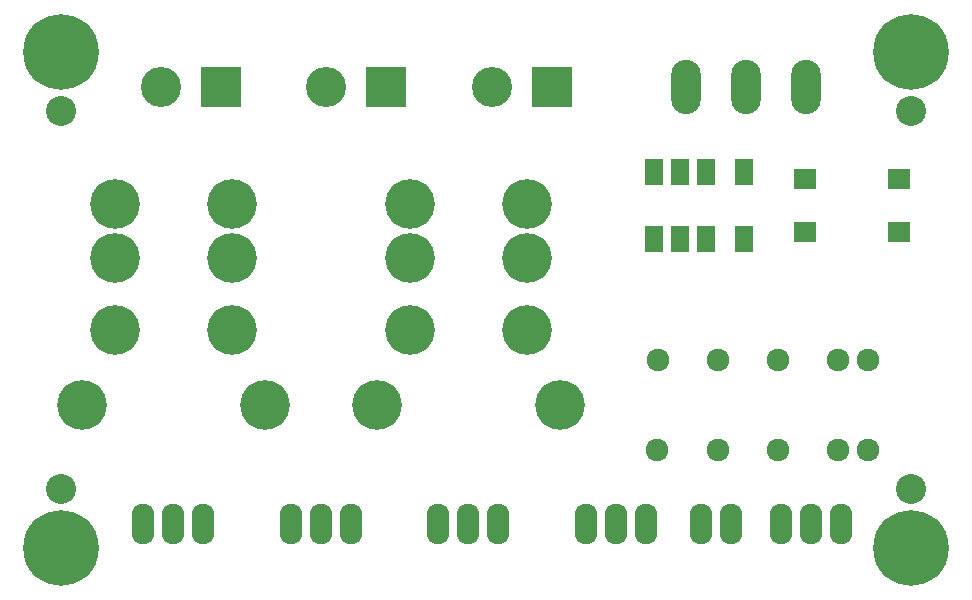
<source format=gbr>
G04 #@! TF.FileFunction,Soldermask,Top*
%FSLAX46Y46*%
G04 Gerber Fmt 4.6, Leading zero omitted, Abs format (unit mm)*
G04 Created by KiCad (PCBNEW 4.0.6) date 06/08/17 14:50:25*
%MOMM*%
%LPD*%
G01*
G04 APERTURE LIST*
%ADD10C,0.100000*%
%ADD11O,1.924000X3.448000*%
%ADD12C,4.200000*%
%ADD13R,1.598880X2.198320*%
%ADD14C,2.540000*%
%ADD15C,6.400000*%
%ADD16O,2.495500X4.591000*%
%ADD17R,1.950000X1.700000*%
%ADD18C,1.924000*%
%ADD19R,3.400000X3.400000*%
%ADD20C,3.400000*%
G04 APERTURE END LIST*
D10*
D11*
X173270000Y-119500000D03*
X170730000Y-119500000D03*
D12*
X155950000Y-92390000D03*
X146050000Y-92390000D03*
X146050000Y-96960000D03*
X146050000Y-103050000D03*
X155950000Y-96960000D03*
X155950000Y-103050000D03*
X158745000Y-109400000D03*
X143255000Y-109400000D03*
D13*
X174299840Y-89650120D03*
X171099440Y-89650120D03*
X168902340Y-89650120D03*
X166700160Y-89650120D03*
X166700160Y-95349880D03*
X168902340Y-95349880D03*
X171099440Y-95349880D03*
X174299840Y-95349880D03*
D14*
X116500000Y-84500000D03*
X116500000Y-116500000D03*
D11*
X128540000Y-119500000D03*
X126000000Y-119500000D03*
X123460000Y-119500000D03*
X182540000Y-119500000D03*
X180000000Y-119500000D03*
X177460000Y-119500000D03*
D15*
X188500000Y-79500000D03*
X116500000Y-121500000D03*
X188500000Y-121500000D03*
X116500000Y-79500000D03*
D16*
X179580000Y-82500000D03*
X174500000Y-82500000D03*
X169420000Y-82500000D03*
D11*
X153540000Y-119500000D03*
X151000000Y-119500000D03*
X148460000Y-119500000D03*
X141040000Y-119500000D03*
X138500000Y-119500000D03*
X135960000Y-119500000D03*
X166040000Y-119500000D03*
X163500000Y-119500000D03*
X160960000Y-119500000D03*
D17*
X179525000Y-90250000D03*
X187475000Y-90250000D03*
X179525000Y-94750000D03*
X187475000Y-94750000D03*
D18*
X184800000Y-113200000D03*
X182260000Y-113200000D03*
X184800000Y-105580000D03*
X177180000Y-113200000D03*
X182260000Y-105580000D03*
X172100000Y-113200000D03*
X177180000Y-105580000D03*
X167000000Y-113200000D03*
X167020000Y-105580000D03*
X172100000Y-105580000D03*
D12*
X130950000Y-92390000D03*
X121050000Y-92390000D03*
X121050000Y-96960000D03*
X121050000Y-103050000D03*
X130950000Y-96960000D03*
X130950000Y-103050000D03*
X133745000Y-109400000D03*
X118255000Y-109400000D03*
D14*
X188500000Y-84500000D03*
X188500000Y-116500000D03*
D19*
X130040000Y-82500000D03*
D20*
X124960000Y-82500000D03*
D19*
X144040000Y-82500000D03*
D20*
X138960000Y-82500000D03*
D19*
X158040000Y-82500000D03*
D20*
X152960000Y-82500000D03*
M02*

</source>
